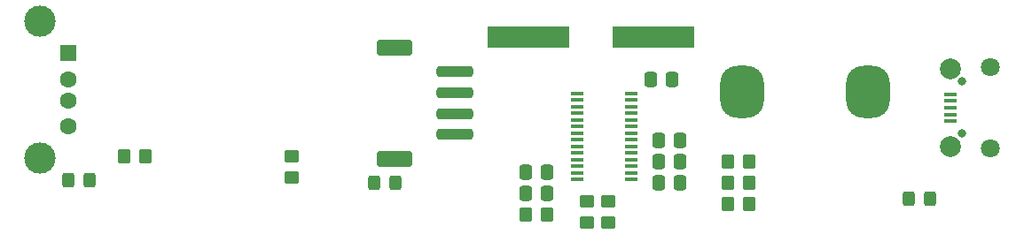
<source format=gbr>
%TF.GenerationSoftware,KiCad,Pcbnew,(6.0.7)*%
%TF.CreationDate,2022-09-11T17:15:05+08:00*%
%TF.ProjectId,Usb_ext,5573625f-6578-4742-9e6b-696361645f70,1.0*%
%TF.SameCoordinates,Original*%
%TF.FileFunction,Soldermask,Top*%
%TF.FilePolarity,Negative*%
%FSLAX46Y46*%
G04 Gerber Fmt 4.6, Leading zero omitted, Abs format (unit mm)*
G04 Created by KiCad (PCBNEW (6.0.7)) date 2022-09-11 17:15:05*
%MOMM*%
%LPD*%
G01*
G04 APERTURE LIST*
G04 Aperture macros list*
%AMRoundRect*
0 Rectangle with rounded corners*
0 $1 Rounding radius*
0 $2 $3 $4 $5 $6 $7 $8 $9 X,Y pos of 4 corners*
0 Add a 4 corners polygon primitive as box body*
4,1,4,$2,$3,$4,$5,$6,$7,$8,$9,$2,$3,0*
0 Add four circle primitives for the rounded corners*
1,1,$1+$1,$2,$3*
1,1,$1+$1,$4,$5*
1,1,$1+$1,$6,$7*
1,1,$1+$1,$8,$9*
0 Add four rect primitives between the rounded corners*
20,1,$1+$1,$2,$3,$4,$5,0*
20,1,$1+$1,$4,$5,$6,$7,0*
20,1,$1+$1,$6,$7,$8,$9,0*
20,1,$1+$1,$8,$9,$2,$3,0*%
G04 Aperture macros list end*
%ADD10RoundRect,0.250000X0.325000X0.450000X-0.325000X0.450000X-0.325000X-0.450000X0.325000X-0.450000X0*%
%ADD11RoundRect,0.250000X0.337500X0.475000X-0.337500X0.475000X-0.337500X-0.475000X0.337500X-0.475000X0*%
%ADD12RoundRect,0.250000X0.350000X0.450000X-0.350000X0.450000X-0.350000X-0.450000X0.350000X-0.450000X0*%
%ADD13RoundRect,0.250000X-0.350000X-0.450000X0.350000X-0.450000X0.350000X0.450000X-0.350000X0.450000X0*%
%ADD14RoundRect,0.250000X0.450000X-0.350000X0.450000X0.350000X-0.450000X0.350000X-0.450000X-0.350000X0*%
%ADD15RoundRect,0.250000X-0.337500X-0.475000X0.337500X-0.475000X0.337500X0.475000X-0.337500X0.475000X0*%
%ADD16R,1.500000X1.600000*%
%ADD17C,1.600000*%
%ADD18C,3.000000*%
%ADD19RoundRect,1.680000X-0.420000X-0.820000X0.420000X-0.820000X0.420000X0.820000X-0.420000X0.820000X0*%
%ADD20R,7.875000X2.000000*%
%ADD21RoundRect,0.250000X-0.325000X-0.450000X0.325000X-0.450000X0.325000X0.450000X-0.325000X0.450000X0*%
%ADD22RoundRect,0.250000X-0.450000X0.350000X-0.450000X-0.350000X0.450000X-0.350000X0.450000X0.350000X0*%
%ADD23R,1.200000X0.400000*%
%ADD24C,0.800000*%
%ADD25R,1.300000X0.450000*%
%ADD26C,1.800000*%
%ADD27C,2.000000*%
%ADD28RoundRect,0.250000X-1.500000X0.250000X-1.500000X-0.250000X1.500000X-0.250000X1.500000X0.250000X0*%
%ADD29RoundRect,0.250001X-1.449999X0.499999X-1.449999X-0.499999X1.449999X-0.499999X1.449999X0.499999X0*%
G04 APERTURE END LIST*
D10*
%TO.C,D3*%
X131454000Y-61214000D03*
X129404000Y-61214000D03*
%TD*%
D11*
%TO.C,C5*%
X107590500Y-57658000D03*
X105515500Y-57658000D03*
%TD*%
D12*
%TO.C,R4*%
X114157000Y-59690000D03*
X112157000Y-59690000D03*
%TD*%
D10*
%TO.C,D1*%
X51190000Y-59436000D03*
X49140000Y-59436000D03*
%TD*%
D13*
%TO.C,R3*%
X112157000Y-61722000D03*
X114157000Y-61722000D03*
%TD*%
D14*
%TO.C,R5*%
X98679000Y-63484000D03*
X98679000Y-61484000D03*
%TD*%
D13*
%TO.C,R8*%
X112157000Y-57658000D03*
X114157000Y-57658000D03*
%TD*%
D15*
%TO.C,C3*%
X92815500Y-60706000D03*
X94890500Y-60706000D03*
%TD*%
D16*
%TO.C,J1*%
X49175000Y-47300000D03*
D17*
X49175000Y-49800000D03*
X49175000Y-51800000D03*
X49175000Y-54300000D03*
D18*
X46465000Y-44230000D03*
X46465000Y-57370000D03*
%TD*%
D11*
%TO.C,C1*%
X107590500Y-55626000D03*
X105515500Y-55626000D03*
%TD*%
D15*
%TO.C,C6*%
X104753500Y-49784000D03*
X106828500Y-49784000D03*
%TD*%
D12*
%TO.C,R1*%
X94853000Y-62738000D03*
X92853000Y-62738000D03*
%TD*%
D19*
%TO.C,Bolt2*%
X125500000Y-51000000D03*
%TD*%
D15*
%TO.C,C4*%
X105515500Y-59690000D03*
X107590500Y-59690000D03*
%TD*%
D14*
%TO.C,R2*%
X100711000Y-63484000D03*
X100711000Y-61484000D03*
%TD*%
D20*
%TO.C,Y1*%
X93122500Y-45720000D03*
X104997500Y-45720000D03*
%TD*%
D21*
%TO.C,D2*%
X78350000Y-59690000D03*
X80400000Y-59690000D03*
%TD*%
D22*
%TO.C,R7*%
X70485000Y-57166000D03*
X70485000Y-59166000D03*
%TD*%
D23*
%TO.C,U1*%
X97730000Y-51117500D03*
X97730000Y-51752500D03*
X97730000Y-52387500D03*
X97730000Y-53022500D03*
X97730000Y-53657500D03*
X97730000Y-54292500D03*
X97730000Y-54927500D03*
X97730000Y-55562500D03*
X97730000Y-56197500D03*
X97730000Y-56832500D03*
X97730000Y-57467500D03*
X97730000Y-58102500D03*
X97730000Y-58737500D03*
X97730000Y-59372500D03*
X102930000Y-59372500D03*
X102930000Y-58737500D03*
X102930000Y-58102500D03*
X102930000Y-57467500D03*
X102930000Y-56832500D03*
X102930000Y-56197500D03*
X102930000Y-55562500D03*
X102930000Y-54927500D03*
X102930000Y-54292500D03*
X102930000Y-53657500D03*
X102930000Y-53022500D03*
X102930000Y-52387500D03*
X102930000Y-51752500D03*
X102930000Y-51117500D03*
%TD*%
D24*
%TO.C,J2*%
X134462000Y-50000000D03*
X134462000Y-55000000D03*
D25*
X133362000Y-53800000D03*
X133362000Y-53150000D03*
X133362000Y-52500000D03*
X133362000Y-51850000D03*
X133362000Y-51200000D03*
D26*
X137212000Y-56375000D03*
X137212000Y-48625000D03*
D27*
X133412000Y-56225000D03*
X133412000Y-48775000D03*
%TD*%
D19*
%TO.C,Bolt1*%
X113500000Y-51000000D03*
%TD*%
D12*
%TO.C,R6*%
X56499000Y-57150000D03*
X54499000Y-57150000D03*
%TD*%
D15*
%TO.C,C2*%
X92815500Y-58674000D03*
X94890500Y-58674000D03*
%TD*%
D28*
%TO.C,J3*%
X86035000Y-49070000D03*
X86035000Y-51070000D03*
X86035000Y-53070000D03*
X86035000Y-55070000D03*
D29*
X80285000Y-57420000D03*
X80285000Y-46720000D03*
%TD*%
M02*

</source>
